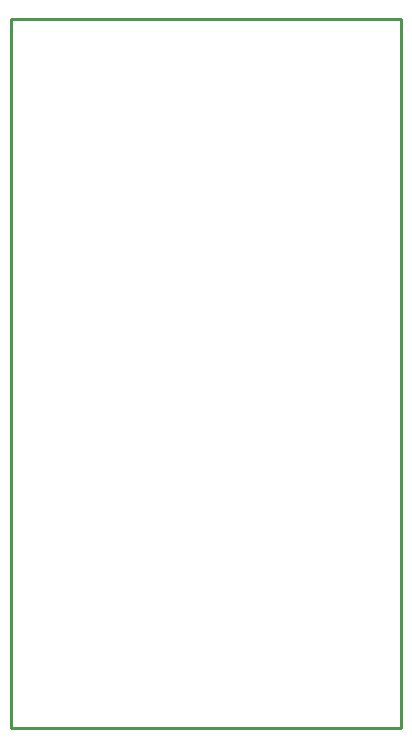
<source format=gko>
G04 Layer: BoardOutlineLayer*
G04 EasyEDA v6.5.37, 2023-11-02 15:14:11*
G04 51ebc0fc367c43e49b7c5eeb1a90c70c,3a11b6de39944756a1cf0add2bf12301,10*
G04 Gerber Generator version 0.2*
G04 Scale: 100 percent, Rotated: No, Reflected: No *
G04 Dimensions in millimeters *
G04 leading zeros omitted , absolute positions ,4 integer and 5 decimal *
%FSLAX45Y45*%
%MOMM*%

%ADD10C,0.2540*%
D10*
X699998Y5999987D02*
G01*
X3999991Y5999987D01*
X3999991Y0D01*
X699998Y0D01*
X699998Y5999987D01*

%LPD*%
M02*

</source>
